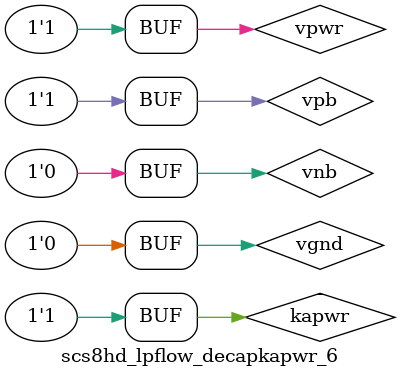
<source format=v>


`celldefine


`timescale 1ns / 1ps

module scs8hd_lpflow_decapkapwr_6  (


`ifdef SC_USE_PG_PIN
input vpwr,
input kapwr,
input vgnd
, input vpb
, input vnb
`endif

);

`ifdef functional
`else
`ifdef SC_USE_PG_PIN
`else
supply1 vpwr;
supply1 kapwr;
supply0 vgnd;
supply1 vpb;
supply0 vnb;
`endif
`endif


endmodule
`endcelldefine

</source>
